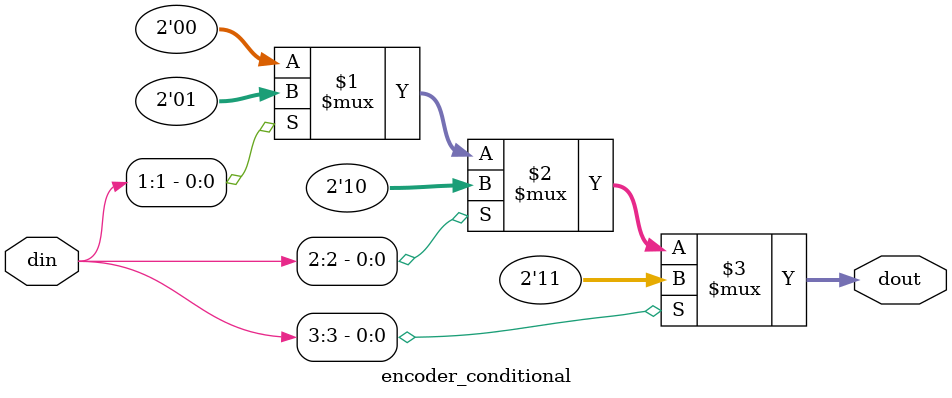
<source format=v>
`timescale 1ns / 1ps


module encoder_conditional(input [3:0]din,output [1:0]dout);
assign dout=(din[3])?2'b11:(din[2])?2'b10:(din[1])?2'b01:2'b00;
endmodule

</source>
